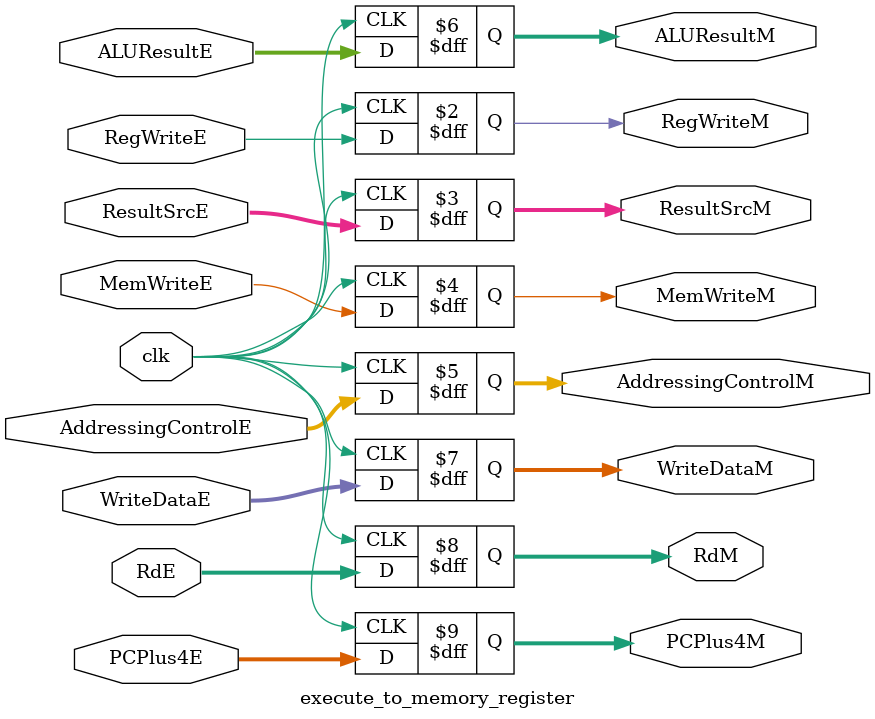
<source format=sv>
module execute_to_memory_register (

    input logic clk,
    input logic RegWriteE,
    input logic [1:0] ResultSrcE,
    input logic MemWriteE,
    input logic [2:0] AddressingControlE,

    input logic [31:0] ALUResultE,
    input logic [31:0] WriteDataE,
    input logic [4:0] RdE,
    input logic [31:0] PCPlus4E,
    
    output logic RegWriteM,
    output logic [1:0] ResultSrcM,
    output logic MemWriteM,
    output logic [2:0] AddressingControlM,
    
    output logic [31:0] ALUResultM,
    output logic [31:0] WriteDataM,
    output logic [4:0] RdM,
    output logic [31:0] PCPlus4M

);
    always_ff @(posedge clk) begin

            RegWriteM          <= RegWriteE;
            ResultSrcM         <= ResultSrcE;
            MemWriteM          <= MemWriteE;
            AddressingControlM <= AddressingControlE;

            ALUResultM   <= ALUResultE;
            WriteDataM   <= WriteDataE;
            RdM          <= RdE;
            PCPlus4M     <= PCPlus4E;

    end

endmodule

</source>
